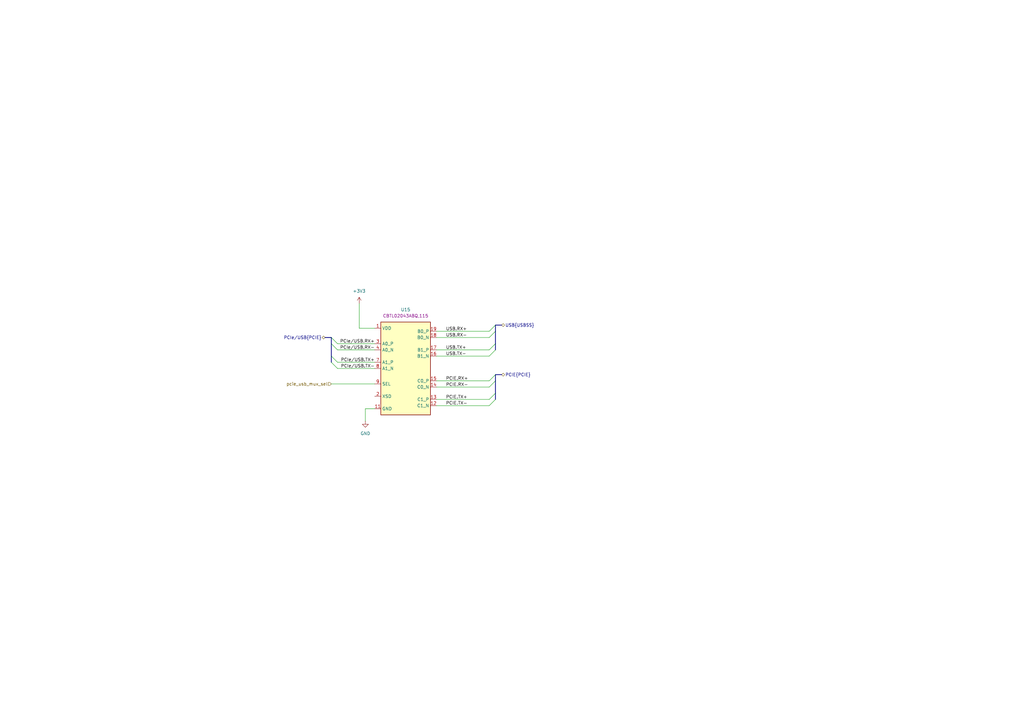
<source format=kicad_sch>
(kicad_sch (version 20250114) (generator "eeschema") (generator_version "9.0")
  (paper "A3")
  (title_block (title "BMC Reference Carrier Board") (date "2025-08-14") (rev "1.0.0"))
  (lib_symbols
    (symbol "antmicroLogicSignalSwitchesMultiplexersDecoders:CBTL02043ABQ"
      (property "Reference" "U" (at 38.1 -3.81 0))
      (property "MPN" "CBTL02043ABQ,115" (at 38.1 -6.35 0))
      (symbol "CBTL02043ABQ_1_1"
        (rectangle (start 2.54 -35.56) (end 22.86 2.54) (stroke (width 0.254)) (fill (type background)))
        (pin power_in line (at 0 0 0) (length 2.54) (name "VDD") (number "1"))
        (pin passive line (at 0 0 0) (length 2.54) (hide yes) (name "VDD") (number "10"))
        (pin passive line (at 0 0 0) (length 2.54) (hide yes) (name "VDD") (number "6"))
        (pin bidirectional line (at 0 -6.35 0) (length 2.54) (name "A0_P") (number "3"))
        (pin bidirectional line (at 0 -8.89 0) (length 2.54) (name "A0_N") (number "4"))
        (pin bidirectional line (at 0 -13.97 0) (length 2.54) (name "A1_P") (number "7"))
        (pin bidirectional line (at 0 -16.51 0) (length 2.54) (name "A1_N") (number "8"))
        (pin input line (at 0 -22.86 0) (length 2.54) (name "SEL") (number "9"))
        (pin input line (at 0 -27.94 0) (length 2.54) (name "XSD") (number "2"))
        (pin power_in line (at 0 -33.02 0) (length 2.54) (name "GND") (number "11"))
        (pin passive line (at 0 -33.02 0) (length 2.54) (hide yes) (name "GND") (number "20"))
        (pin passive line (at 0 -33.02 0) (length 2.54) (hide yes) (name "GND") (number "21"))
        (pin passive line (at 0 -33.02 0) (length 2.54) (hide yes) (name "GND") (number "5"))
        (pin bidirectional line (at 25.4 -1.27 180) (length 2.54) (name "B0_P") (number "19"))
        (pin bidirectional line (at 25.4 -3.81 180) (length 2.54) (name "B0_N") (number "18"))
        (pin bidirectional line (at 25.4 -8.89 180) (length 2.54) (name "B1_P") (number "17"))
        (pin bidirectional line (at 25.4 -11.43 180) (length 2.54) (name "B1_N") (number "16"))
        (pin bidirectional line (at 25.4 -21.59 180) (length 2.54) (name "C0_P") (number "15"))
        (pin bidirectional line (at 25.4 -24.13 180) (length 2.54) (name "C0_N") (number "14"))
        (pin bidirectional line (at 25.4 -29.21 180) (length 2.54) (name "C1_P") (number "13"))
        (pin bidirectional line (at 25.4 -31.75 180) (length 2.54) (name "C1_N") (number "12"))
      )
    )
    (symbol "antmicropower:+3V3" (power) (pin_numbers (hide yes)) (pin_names (hide yes))
      (property "Value" "+3V3" (at -3.175 2.54 0))
      (symbol "+3V3_0_1"
        (polyline (pts (xy 0 2.54) (xy -0.762 1.27)))
        (polyline (pts (xy 0 2.54) (xy 0.762 1.27)))
        (polyline (pts (xy 0 0) (xy 0 2.54)))
      )
      (symbol "+3V3_1_1"
        (pin power_in line (at 0 0 90) (length 0) (hide yes) (name "+3V3") (number "1"))
      )
    )
    (symbol "antmicropower:GND" (power) (pin_numbers (hide yes)) (pin_names (hide yes))
      (property "Value" "GND" (at 8.89 -5.08 0))
      (symbol "GND_1_1"
        (polyline (pts (xy 0 0) (xy 0 -1.27) (xy 1.27 -1.27) (xy 0 -2.54) (xy -1.27 -1.27) (xy 0 -1.27)))
        (pin power_in line (at 0 0 270) (length 0) (name "GND") (number "1"))
      )
    )
  )
  (bus_entry (at 135.89 138.43) (size 2.54 2.54))
  (bus_entry (at 203.2 143.51) (size -2.54 2.54))
  (bus_entry (at 135.89 140.97) (size 2.54 2.54))
  (bus_entry (at 135.89 146.05) (size 2.54 2.54))
  (bus_entry (at 203.2 161.29) (size -2.54 2.54))
  (bus_entry (at 203.2 153.67) (size -2.54 2.54))
  (bus_entry (at 203.2 133.35) (size -2.54 2.54))
  (bus_entry (at 135.89 148.59) (size 2.54 2.54))
  (bus_entry (at 203.2 156.21) (size -2.54 2.54))
  (bus_entry (at 203.2 163.83) (size -2.54 2.54))
  (bus_entry (at 203.2 140.97) (size -2.54 2.54))
  (bus_entry (at 203.2 135.89) (size -2.54 2.54))
  (wire (pts (xy 135.89 157.48) (xy 153.67 157.48)))
  (bus (pts (xy 133.35 138.43) (xy 135.89 138.43)))
  (bus (pts (xy 203.2 153.67) (xy 203.2 156.21)))
  (wire (pts (xy 149.86 167.64) (xy 149.86 172.72)))
  (wire (pts (xy 153.67 134.62) (xy 147.32 134.62)))
  (bus (pts (xy 203.2 135.89) (xy 203.2 140.97)))
  (wire (pts (xy 147.32 124.46) (xy 147.32 134.62)))
  (wire (pts (xy 179.07 156.21) (xy 200.66 156.21)))
  (wire (pts (xy 179.07 146.05) (xy 200.66 146.05)))
  (bus (pts (xy 135.89 140.97) (xy 135.89 146.05)))
  (wire (pts (xy 179.07 138.43) (xy 200.66 138.43)))
  (bus (pts (xy 135.89 138.43) (xy 135.89 140.97)))
  (bus (pts (xy 203.2 156.21) (xy 203.2 161.29)))
  (wire (pts (xy 179.07 158.75) (xy 200.66 158.75)))
  (bus (pts (xy 203.2 140.97) (xy 203.2 143.51)))
  (bus (pts (xy 203.2 153.67) (xy 205.74 153.67)))
  (bus (pts (xy 203.2 133.35) (xy 203.2 135.89)))
  (wire (pts (xy 153.67 167.64) (xy 149.86 167.64)))
  (wire (pts (xy 138.43 148.59) (xy 153.67 148.59)))
  (wire (pts (xy 179.07 166.37) (xy 200.66 166.37)))
  (wire (pts (xy 179.07 143.51) (xy 200.66 143.51)))
  (wire (pts (xy 138.43 143.51) (xy 153.67 143.51)))
  (bus (pts (xy 203.2 133.35) (xy 205.74 133.35)))
  (wire (pts (xy 138.43 151.13) (xy 153.67 151.13)))
  (wire (pts (xy 179.07 163.83) (xy 200.66 163.83)))
  (bus (pts (xy 203.2 161.29) (xy 203.2 163.83)))
  (wire (pts (xy 179.07 135.89) (xy 200.66 135.89)))
  (wire (pts (xy 138.43 140.97) (xy 153.67 140.97)))
  (bus (pts (xy 135.89 146.05) (xy 135.89 148.59)))
  (label "USB.TX-" (at 182.88 146.05 0))
  (label "PCIE.RX+" (at 182.88 156.21 0))
  (label "PCIe/USB.RX-" (at 153.67 143.51 180))
  (label "USB.RX-" (at 182.88 138.43 0))
  (label "PCIE.TX+" (at 182.88 163.83 0))
  (label "PCIE.RX-" (at 182.88 158.75 0))
  (label "USB.RX+" (at 182.88 135.89 0))
  (label "PCIe/USB.RX+" (at 153.67 140.97 180))
  (label "PCIE.TX-" (at 182.88 166.37 0))
  (label "USB.TX+" (at 182.88 143.51 0))
  (label "PCIe/USB.TX+" (at 153.67 148.59 180))
  (label "PCIe/USB.TX-" (at 153.67 151.13 180))
  (hierarchical_label "PCIe{slash}USB{PCIE}" (shape bidirectional) (at 133.35 138.43 180))
  (hierarchical_label "USB{USBSS}" (shape bidirectional) (at 205.74 133.35 0))
  (hierarchical_label "PCIE{PCIE}" (shape bidirectional) (at 205.74 153.67 0))
  (hierarchical_label "pcie_usb_mux_sel" (shape input) (at 135.89 157.48 180))
  (symbol (lib_id "antmicroLogicSignalSwitchesMultiplexersDecoders:CBTL02043ABQ") (at 153.67 134.62 0) (unit 1)
    (property "Reference" "U15" (at 166.37 127 0))
    (property "Value" "CBTL02043ABQ" (effects (hide yes)))
    (property "Footprint" "antmicro-footprints:DHVQFN-20-1EP_2.5x4.5_P0.5mm" (effects (hide yes)))
    (property "Datasheet" "https://www.nxp.com/docs/en/data-sheet/CBTL02043A_CBTL02043B.pdf" (effects (hide yes)))
    (property "Description" "Logic signal switch/multiplexer/decoder" (effects (hide yes)))
    (property "MPN" "CBTL02043ABQ,115" (at 166.37 129.54 0))
    (property "Manufacturer" "Nexperia" (effects (hide yes)))
    (property "Author" "Antmicro" (effects (hide yes)))
    (property "License" "Apache-2.0" (effects (hide yes)))
  )
  (symbol (lib_id "antmicropower:+3V3") (at 147.32 124.46 0) (unit 1)
    (property "Reference" "#PWR064" (effects (hide yes)))
    (property "Value" "+3V3" (at 147.32 119.38 0))
    (property "Author" "Antmicro" (effects (hide yes)))
    (property "License" "Apache-2.0" (effects (hide yes)))
  )
  (symbol (lib_id "antmicropower:GND") (at 149.86 172.72 0) (unit 1)
    (property "Reference" "#PWR065" (effects (hide yes)))
    (property "Value" "GND" (at 149.86 177.8 0))
    (property "Author" "Antmicro" (effects (hide yes)))
    (property "License" "Apache-2.0" (effects (hide yes)))
  )
)
</source>
